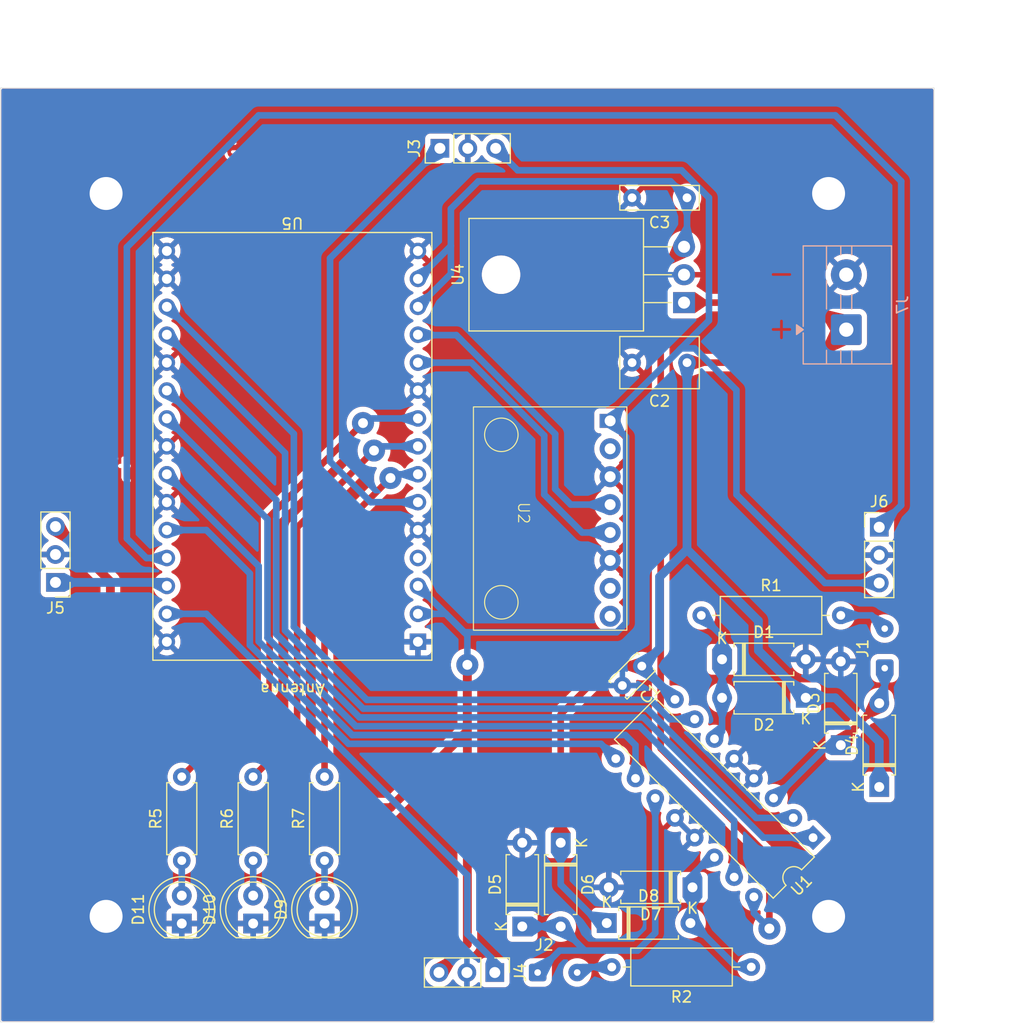
<source format=kicad_pcb>
(kicad_pcb (version 20241229) (generator "pcbnew") (generator_version "9.0")
  (layers (0 "F.Cu" signal) (2 "B.Cu" signal) (13 "F.Paste" user) (15 "B.Paste" user) (5 "F.SilkS" user "F.Silkscreen") (7 "B.SilkS" user "B.Silkscreen") (1 "F.Mask" user) (3 "B.Mask" user) (25 "Edge.Cuts" user))
  (net 0 "")
  (net 1 "/LDR.Forward")
  (net 2 "/LDR.Back")
  (net 3 "/LDR.Left")
  (net 4 "/LDR.Right")
  (net 5 "GND")
  (net 6 "VCC")
  (net 7 "Net-(D1-K)")
  (net 8 "Net-(D3-K)")
  (net 9 "Net-(D5-K)")
  (net 10 "Net-(D7-K)")
  (net 11 "Net-(J1-Pin_2)")
  (net 12 "Net-(J2-Pin_2)")
  (net 13 "+5V")
  (net 14 "/ACS_mag/mag2.CCW")
  (net 15 "/ACS_mag/mag1.CW")
  (net 16 "/ACS_mag/mag2.CW")
  (net 17 "/ACS_mag/mag2.EN")
  (net 18 "/ESP32/SDA")
  (net 21 "/ACS_mag/mag1.EN")
  (net 23 "+3.3V")
  (net 24 "/ACS_mag/mag1.CCW")
  (net 25 "/ESP32/SCL")
  (net 27 "Net-(D9-A)")
  (net 28 "Net-(D10-A)")
  (net 29 "Net-(D11-A)")
  (net 30 "Net-(U5-7)")
  (net 31 "Net-(U5-6)")
  (net 32 "Net-(U5-5)")
  (footprint "LED_THT:LED_D5.0mm" (layer "F.Cu") (at 101 133.54 90)
    (property "Reference" "D11" (at 1.27 -3.96 90) (layer "F.SilkS"))
    (property "Value" "LED")
    (pad "1" thru_hole rect (at 0 0 90) (size 1.8 1.8) (drill 0.9) (layers "*.Cu" "*.Mask") (net 5 "GND"))
    (pad "2" thru_hole circle (at 2.54 0 90) (size 1.8 1.8) (drill 0.9) (layers "*.Cu" "*.Mask") (net 29 "Net-(D11-A)"))
  )
  (footprint "LED_THT:LED_D5.0mm" (layer "F.Cu") (at 107.5 133.54 90)
    (property "Reference" "D10" (at 1.27 -3.96 90) (layer "F.SilkS"))
    (property "Value" "LED")
    (pad "1" thru_hole rect (at 0 0 90) (size 1.8 1.8) (drill 0.9) (layers "*.Cu" "*.Mask") (net 5 "GND"))
    (pad "2" thru_hole circle (at 2.54 0 90) (size 1.8 1.8) (drill 0.9) (layers "*.Cu" "*.Mask") (net 28 "Net-(D10-A)"))
  )
  (footprint "Capacitor_THT:C_Rect_L7.0mm_W4.5mm_P5.00mm" (layer "F.Cu") (at 147 82.5 180)
    (property "Reference" "C2" (at 2.5 -3.5 0) (layer "F.SilkS"))
    (property "Value" "0.47uF")
    (pad "1" thru_hole circle (at 0 0 180) (size 1.6 1.6) (drill 0.8) (layers "*.Cu" "*.Mask") (net 6 "VCC"))
    (pad "2" thru_hole circle (at 5 0 180) (size 1.6 1.6) (drill 0.8) (layers "*.Cu" "*.Mask") (net 5 "GND"))
  )
  (footprint "Connector_Wire:SolderWire-0.1sqmm_1x02_P3.6mm_D0.4mm_OD1mm" (layer "F.Cu") (at 133.4 138)
    (property "Reference" "J2" (at 0.6 -2.5 0) (layer "F.SilkS"))
    (property "Value" "Conn_01x02")
    (pad "1" thru_hole roundrect (at 0 0) (size 1.6 1.6) (drill 0.6) (layers "*.Cu" "*.Mask") (roundrect_rratio 0.15625) (net 9 "Net-(D5-K)"))
    (pad "2" thru_hole circle (at 3.6 0) (size 1.6 1.6) (drill 0.6) (layers "*.Cu" "*.Mask") (net 12 "Net-(J2-Pin_2)"))
  )
  (footprint "Connector_Wire:SolderWire-0.1sqmm_1x02_P3.6mm_D0.4mm_OD1mm" (layer "F.Cu") (at 165 110.305 90)
    (property "Reference" "J1" (at 1.8 -2 90) (layer "F.SilkS"))
    (property "Value" "Conn_01x02")
    (pad "1" thru_hole roundrect (at 0 0 90) (size 1.6 1.6) (drill 0.6) (layers "*.Cu" "*.Mask") (roundrect_rratio 0.15625) (net 8 "Net-(D3-K)"))
    (pad "2" thru_hole circle (at 3.6 0 90) (size 1.6 1.6) (drill 0.6) (layers "*.Cu" "*.Mask") (net 11 "Net-(J1-Pin_2)"))
  )
  (footprint "Connector_PinHeader_2.54mm:PinHeader_1x03_P2.54mm_Vertical" (layer "F.Cu") (at 124.5 63 90)
    (property "Reference" "J3" (at 0 -2.33 90) (layer "F.SilkS"))
    (property "Value" "Conn_01x03")
    (pad "1" thru_hole rect (at 0 0 90) (size 1.7 1.7) (drill 1) (layers "*.Cu" "*.Mask") (net 1 "/LDR.Forward"))
    (pad "2" thru_hole oval (at 0 2.54 90) (size 1.7 1.7) (drill 1) (layers "*.Cu" "*.Mask") (net 5 "GND"))
    (pad "3" thru_hole oval (at 0 5.08 90) (size 1.7 1.7) (drill 1) (layers "*.Cu" "*.Mask") (net 23 "+3.3V"))
  )
  (footprint "RF_Module:ESP32-C3-DevKitM-1" (layer "F.Cu") (at 122.5 107.9 180)
    (property "Reference" "U5" (at 11.43 38.1 180) (layer "F.SilkS"))
    (property "Value" "~")
    (fp_text user "Antenna" (at 11.43 -4.318 180) (layer "F.SilkS"))
    (pad "1" thru_hole rect (at 0 0 180) (size 1.5 1.5) (drill 0.9) (layers "*.Cu" "*.Mask") (net 5 "GND"))
    (pad "2" thru_hole circle (at 0 2.54 180) (size 1.5 1.5) (drill 0.9) (layers "*.Cu" "*.Mask") (net 23 "+3.3V"))
    (pad "3" thru_hole circle (at 0 5.08 180) (size 1.5 1.5) (drill 0.9) (layers "*.Cu" "*.Mask") (net 23 "+3.3V"))
    (pad "4" thru_hole circle (at 0 7.62 180) (size 1.5 1.5) (drill 0.9) (layers "*.Cu" "*.Mask"))
    (pad "5" thru_hole circle (at 0 10.16 180) (size 1.5 1.5) (drill 0.9) (layers "*.Cu" "*.Mask") (net 5 "GND"))
    (pad "6" thru_hole circle (at 0 12.7 180) (size 1.5 1.5) (drill 0.9) (layers "*.Cu" "*.Mask") (net 1 "/LDR.Forward"))
    (pad "7" thru_hole circle (at 0 15.24 180) (size 1.5 1.5) (drill 0.9) (layers "*.Cu" "*.Mask") (net 32 "Net-(U5-5)"))
    (pad "8" thru_hole circle (at 0 17.78 180) (size 1.5 1.5) (drill 0.9) (layers "*.Cu" "*.Mask") (net 31 "Net-(U5-6)"))
    (pad "9" thru_hole circle (at 0 20.32 180) (size 1.5 1.5) (drill 0.9) (layers "*.Cu" "*.Mask") (net 30 "Net-(U5-7)"))
    (pad "10" thru_hole circle (at 0 22.86 180) (size 1.5 1.5) (drill 0.9) (layers "*.Cu" "*.Mask") (net 5 "GND"))
    (pad "11" thru_hole circle (at 0 25.4 180) (size 1.5 1.5) (drill 0.9) (layers "*.Cu" "*.Mask") (net 18 "/ESP32/SDA"))
    (pad "12" thru_hole circle (at 0 27.94 180) (size 1.5 1.5) (drill 0.9) (layers "*.Cu" "*.Mask") (net 25 "/ESP32/SCL"))
    (pad "13" thru_hole circle (at 0 30.48 180) (size 1.5 1.5) (drill 0.9) (layers "*.Cu" "*.Mask") (net 13 "+5V"))
    (pad "14" thru_hole circle (at 0 33.02 180) (size 1.5 1.5) (drill 0.9) (layers "*.Cu" "*.Mask") (net 13 "+5V"))
    (pad "15" thru_hole circle (at 0 35.56 180) (size 1.5 1.5) (drill 0.9) (layers "*.Cu" "*.Mask") (net 5 "GND"))
    (pad "16" thru_hole circle (at 22.86 35.56 180) (size 1.5 1.5) (drill 0.9) (layers "*.Cu" "*.Mask") (net 5 "GND"))
    (pad "17" thru_hole circle (at 22.86 33.02 180) (size 1.5 1.5) (drill 0.9) (layers "*.Cu" "*.Mask") (net 5 "GND"))
    (pad "18" thru_hole circle (at 22.86 30.48 180) (size 1.5 1.5) (drill 0.9) (layers "*.Cu" "*.Mask") (net 15 "/ACS_mag/mag1.CW"))
    (pad "19" thru_hole circle (at 22.86 27.94 180) (size 1.5 1.5) (drill 0.9) (layers "*.Cu" "*.Mask") (net 24 "/ACS_mag/mag1.CCW"))
    (pad "20" thru_hole circle (at 22.86 25.4 180) (size 1.5 1.5) (drill 0.9) (layers "*.Cu" "*.Mask") (net 5 "GND"))
    (pad "21" thru_hole circle (at 22.86 22.86 180) (size 1.5 1.5) (drill 0.9) (layers "*.Cu" "*.Mask") (net 21 "/ACS_mag/mag1.EN"))
    (pad "22" thru_hole circle (at 22.86 20.32 180) (size 1.5 1.5) (drill 0.9) (layers "*.Cu" "*.Mask") (net 16 "/ACS_mag/mag2.CW"))
    (pad "23" thru_hole circle (at 22.86 17.78 180) (size 1.5 1.5) (drill 0.9) (layers "*.Cu" "*.Mask") (net 5 "GND"))
    (pad "24" thru_hole circle (at 22.86 15.24 180) (size 1.5 1.5) (drill 0.9) (layers "*.Cu" "*.Mask") (net 14 "/ACS_mag/mag2.CCW"))
    (pad "25" thru_hole circle (at 22.86 12.7 180) (size 1.5 1.5) (drill 0.9) (layers "*.Cu" "*.Mask") (net 5 "GND"))
    (pad "26" thru_hole circle (at 22.86 10.16 180) (size 1.5 1.5) (drill 0.9) (layers "*.Cu" "*.Mask") (net 17 "/ACS_mag/mag2.EN"))
    (pad "27" thru_hole circle (at 22.86 7.62 180) (size 1.5 1.5) (drill 0.9) (layers "*.Cu" "*.Mask") (net 4 "/LDR.Right"))
    (pad "28" thru_hole circle (at 22.86 5.08 180) (size 1.5 1.5) (drill 0.9) (layers "*.Cu" "*.Mask") (net 3 "/LDR.Left"))
    (pad "29" thru_hole circle (at 22.86 2.54 180) (size 1.5 1.5) (drill 0.9) (layers "*.Cu" "*.Mask") (net 2 "/LDR.Back"))
    (pad "30" thru_hole circle (at 22.86 0 180) (size 1.5 1.5) (drill 0.9) (layers "*.Cu" "*.Mask") (net 5 "GND"))
  )
  (footprint "Diode_THT:D_A-405_P7.62mm_Horizontal" (layer "F.Cu") (at 139.69 133.5)
    (property "Reference" "D8" (at 3.81 -2.47 0) (layer "F.SilkS"))
    (property "Value" "D")
    (fp_text user "K" (at 0 -1.9 0) (layer "F.SilkS"))
    (pad "1" thru_hole rect (at 0 0) (size 1.8 1.8) (drill 0.9) (layers "*.Cu" "*.Mask") (net 6 "VCC"))
    (pad "2" thru_hole oval (at 7.62 0) (size 1.8 1.8) (drill 0.9) (layers "*.Cu" "*.Mask") (net 10 "Net-(D7-K)"))
  )
  (footprint "Connector_PinHeader_2.54mm:PinHeader_1x03_P2.54mm_Vertical" (layer "F.Cu") (at 89.5 102.5 180)
    (property "Reference" "J5" (at 0 -2.33 0) (layer "F.SilkS"))
    (property "Value" "Conn_01x03")
    (pad "1" thru_hole rect (at 0 0 180) (size 1.7 1.7) (drill 1) (layers "*.Cu" "*.Mask") (net 3 "/LDR.Left"))
    (pad "2" thru_hole oval (at 0 2.54 180) (size 1.7 1.7) (drill 1) (layers "*.Cu" "*.Mask") (net 5 "GND"))
    (pad "3" thru_hole oval (at 0 5.08 180) (size 1.7 1.7) (drill 1) (layers "*.Cu" "*.Mask") (net 23 "+3.3V"))
  )
  (footprint "Diode_THT:D_A-405_P7.62mm_Horizontal" (layer "F.Cu") (at 135.5 126.19 -90)
    (property "Reference" "D6" (at 3.81 -2.47 90) (layer "F.SilkS"))
    (property "Value" "D")
    (fp_text user "K" (at 0 -1.9 90) (layer "F.SilkS"))
    (pad "1" thru_hole rect (at 0 0 270) (size 1.8 1.8) (drill 0.9) (layers "*.Cu" "*.Mask") (net 6 "VCC"))
    (pad "2" thru_hole oval (at 7.62 0 270) (size 1.8 1.8) (drill 0.9) (layers "*.Cu" "*.Mask") (net 9 "Net-(D5-K)"))
  )
  (footprint "Diode_THT:D_A-405_P7.62mm_Horizontal" (layer "F.Cu") (at 150.19 109.5)
    (property "Reference" "D1" (at 3.81 -2.47 0) (layer "F.SilkS"))
    (property "Value" "D")
    (fp_text user "K" (at 0 -1.9 0) (layer "F.SilkS"))
    (pad "1" thru_hole rect (at 0 0) (size 1.8 1.8) (drill 0.9) (layers "*.Cu" "*.Mask") (net 7 "Net-(D1-K)"))
    (pad "2" thru_hole oval (at 7.62 0) (size 1.8 1.8) (drill 0.9) (layers "*.Cu" "*.Mask") (net 5 "GND"))
  )
  (footprint "Diode_THT:D_A-405_P7.62mm_Horizontal" (layer "F.Cu") (at 164.5 121.115 90)
    (property "Reference" "D4" (at 3.81 -2.47 90) (layer "F.SilkS"))
    (property "Value" "D")
    (fp_text user "K" (at 0 -1.9 90) (layer "F.SilkS"))
    (pad "1" thru_hole rect (at 0 0 90) (size 1.8 1.8) (drill 0.9) (layers "*.Cu" "*.Mask") (net 6 "VCC"))
    (pad "2" thru_hole oval (at 7.62 0 90) (size 1.8 1.8) (drill 0.9) (layers "*.Cu" "*.Mask") (net 8 "Net-(D3-K)"))
  )
  (footprint "Diode_THT:D_A-405_P7.62mm_Horizontal" (layer "F.Cu") (at 132 133.81 90)
    (property "Reference" "D5" (at 3.81 -2.47 90) (layer "F.SilkS"))
    (property "Value" "D")
    (fp_text user "K" (at 0 -1.9 90) (layer "F.SilkS"))
    (pad "1" thru_hole rect (at 0 0 90) (size 1.8 1.8) (drill 0.9) (layers "*.Cu" "*.Mask") (net 9 "Net-(D5-K)"))
    (pad "2" thru_hole oval (at 7.62 0 90) (size 1.8 1.8) (drill 0.9) (layers "*.Cu" "*.Mask") (net 5 "GND"))
  )
  (footprint "Diode_THT:D_A-405_P7.62mm_Horizontal" (layer "F.Cu") (at 147.5 130.25 180)
    (property "Reference" "D7" (at 3.81 -2.47 0) (layer "F.SilkS"))
    (property "Value" "D")
    (fp_text user "K" (at 0 -1.9 0) (layer "F.SilkS"))
    (pad "1" thru_hole rect (at 0 0 180) (size 1.8 1.8) (drill 0.9) (layers "*.Cu" "*.Mask") (net 10 "Net-(D7-K)"))
    (pad "2" thru_hole oval (at 7.62 0 180) (size 1.8 1.8) (drill 0.9) (layers "*.Cu" "*.Mask") (net 5 "GND"))
  )
  (footprint "Resistor_THT:R_Axial_DIN0207_L6.3mm_D2.5mm_P7.62mm_Horizontal" (layer "F.Cu") (at 114 127.81 90)
    (property "Reference" "R7" (at 3.81 -2.37 90) (layer "F.SilkS"))
    (property "Value" "R")
    (pad "1" thru_hole circle (at 0 0 90) (size 1.6 1.6) (drill 0.8) (layers "*.Cu" "*.Mask") (net 27 "Net-(D9-A)"))
    (pad "2" thru_hole oval (at 7.62 0 90) (size 1.6 1.6) (drill 0.8) (layers "*.Cu" "*.Mask") (net 32 "Net-(U5-5)"))
  )
  (footprint "Capacitor_THT:C_Disc_D3.4mm_W2.1mm_P2.50mm" (layer "F.Cu") (at 142.883884 110.116117 -135)
    (property "Reference" "C1" (at 1.25 -2.3 45) (layer "F.SilkS"))
    (property "Value" "1nF")
    (pad "1" thru_hole circle (at 0 0 225) (size 1.6 1.6) (drill 0.8) (layers "*.Cu" "*.Mask") (net 6 "VCC"))
    (pad "2" thru_hole circle (at 2.5 0 225) (size 1.6 1.6) (drill 0.8) (layers "*.Cu" "*.Mask") (net 5 "GND"))
  )
  (footprint "Resistor_THT:R_Axial_DIN0207_L6.3mm_D2.5mm_P7.62mm_Horizontal" (layer "F.Cu") (at 107.5 127.81 90)
    (property "Reference" "R6" (at 3.81 -2.37 90) (layer "F.SilkS"))
    (property "Value" "R")
    (pad "1" thru_hole circle (at 0 0 90) (size 1.6 1.6) (drill 0.8) (layers "*.Cu" "*.Mask") (net 28 "Net-(D10-A)"))
    (pad "2" thru_hole oval (at 7.62 0 90) (size 1.6 1.6) (drill 0.8) (layers "*.Cu" "*.Mask") (net 31 "Net-(U5-6)"))
  )
  (footprint "LED_THT:LED_D5.0mm" (layer "F.Cu") (at 114 133.54 90)
    (property "Reference" "D9" (at 1.27 -3.96 90) (layer "F.SilkS"))
    (property "Value" "LED")
    (pad "1" thru_hole rect (at 0 0 90) (size 1.8 1.8) (drill 0.9) (layers "*.Cu" "*.Mask") (net 5 "GND"))
    (pad "2" thru_hole circle (at 2.54 0 90) (size 1.8 1.8) (drill 0.9) (layers "*.Cu" "*.Mask") (net 27 "Net-(D9-A)"))
  )
  (footprint "Resistor_THT:R_Axial_DIN0309_L9.0mm_D3.2mm_P12.70mm_Horizontal" (layer "F.Cu") (at 148.3 105.5)
    (property "Reference" "R1" (at 6.35 -2.72 0) (layer "F.SilkS"))
    (property "Value" "2.4 Ω")
    (pad "1" thru_hole circle (at 0 0) (size 1.6 1.6) (drill 0.8) (layers "*.Cu" "*.Mask") (net 7 "Net-(D1-K)"))
    (pad "2" thru_hole oval (at 12.7 0) (size 1.6 1.6) (drill 0.8) (layers "*.Cu" "*.Mask") (net 11 "Net-(J1-Pin_2)"))
  )
  (footprint "Capacitor_THT:C_Rect_L7.0mm_W2.0mm_P5.00mm" (layer "F.Cu") (at 147 67.5 180)
    (property "Reference" "C3" (at 2.5 -2.25 0) (layer "F.SilkS"))
    (property "Value" "0.1uF")
    (pad "1" thru_hole circle (at 0 0 180) (size 1.6 1.6) (drill 0.8) (layers "*.Cu" "*.Mask") (net 13 "+5V"))
    (pad "2" thru_hole circle (at 5 0 180) (size 1.6 1.6) (drill 0.8) (layers "*.Cu" "*.Mask") (net 5 "GND"))
  )
  (footprint "Connector_PinHeader_2.54mm:PinHeader_1x03_P2.54mm_Vertical" (layer "F.Cu") (at 164.5 97.475)
    (property "Reference" "J6" (at 0 -2.33 0) (layer "F.SilkS"))
    (property "Value" "Conn_01x03")
    (pad "1" thru_hole rect (at 0 0) (size 1.7 1.7) (drill 1) (layers "*.Cu" "*.Mask") (net 4 "/LDR.Right"))
    (pad "2" thru_hole oval (at 0 2.54) (size 1.7 1.7) (drill 1) (layers "*.Cu" "*.Mask") (net 5 "GND"))
    (pad "3" thru_hole oval (at 0 5.08) (size 1.7 1.7) (drill 1) (layers "*.Cu" "*.Mask") (net 23 "+3.3V"))
  )
  (footprint "Resistor_THT:R_Axial_DIN0207_L6.3mm_D2.5mm_P7.62mm_Horizontal" (layer "F.Cu") (at 101 127.81 90)
    (property "Reference" "R5" (at 3.81 -2.37 90) (layer "F.SilkS"))
    (property "Value" "R")
    (pad "1" thru_hole circle (at 0 0 90) (size 1.6 1.6) (drill 0.8) (layers "*.Cu" "*.Mask") (net 29 "Net-(D11-A)"))
    (pad "2" thru_hole oval (at 7.62 0 90) (size 1.6 1.6) (drill 0.8) (layers "*.Cu" "*.Mask") (net 30 "Net-(U5-7)"))
  )
  (footprint "Diode_THT:D_A-405_P7.62mm_Horizontal" (layer "F.Cu") (at 161 117.31 90)
    (property "Reference" "D3" (at 3.81 -2.47 90) (layer "F.SilkS"))
    (property "Value" "D")
    (fp_text user "K" (at 0 -1.9 90) (layer "F.SilkS"))
    (pad "1" thru_hole rect (at 0 0 90) (size 1.8 1.8) (drill 0.9) (layers "*.Cu" "*.Mask") (net 8 "Net-(D3-K)"))
    (pad "2" thru_hole oval (at 7.62 0 90) (size 1.8 1.8) (drill 0.9) (layers "*.Cu" "*.Mask") (net 5 "GND"))
  )
  (footprint "Connector_PinHeader_2.54mm:PinHeader_1x03_P2.54mm_Vertical" (layer "F.Cu") (at 129.5 138 -90)
    (property "Reference" "J4" (at 0 -2.33 90) (layer "F.SilkS"))
    (property "Value" "Conn_01x03")
    (pad "1" thru_hole rect (at 0 0 270) (size 1.7 1.7) (drill 1) (layers "*.Cu" "*.Mask") (net 2 "/LDR.Back"))
    (pad "2" thru_hole oval (at 0 2.54 270) (size 1.7 1.7) (drill 1) (layers "*.Cu" "*.Mask") (net 5 "GND"))
    (pad "3" thru_hole oval (at 0 5.08 270) (size 1.7 1.7) (drill 1) (layers "*.Cu" "*.Mask") (net 23 "+3.3V"))
  )
  (footprint "Diode_THT:D_A-405_P7.62mm_Horizontal" (layer "F.Cu") (at 157.81 113 180)
    (property "Reference" "D2" (at 3.81 -2.47 0) (layer "F.SilkS"))
    (property "Value" "D")
    (fp_text user "K" (at 0 -1.9 0) (layer "F.SilkS"))
    (pad "1" thru_hole rect (at 0 0 180) (size 1.8 1.8) (drill 0.9) (layers "*.Cu" "*.Mask") (net 6 "VCC"))
    (pad "2" thru_hole oval (at 7.62 0 180) (size 1.8 1.8) (drill 0.9) (layers "*.Cu" "*.Mask") (net 7 "Net-(D1-K)"))
  )
  (footprint "Package_TO_SOT_THT:TO-220-3_Horizontal_TabDown" (layer "F.Cu") (at 146.73 77.04 90)
    (property "Reference" "U4" (at 2.54 -20.58 90) (layer "F.SilkS"))
    (property "Value" "L7805")
    (pad "" np_thru_hole circle (at 2.54 -16.66 90) (size 3.5 3.5) (drill 3.5) (layers "*.Cu" "*.Mask"))
    (pad "1" thru_hole rect (at 0 0 90) (size 1.905 2) (drill 1.1) (layers "*.Cu" "*.Mask") (net 6 "VCC"))
    (pad "2" thru_hole oval (at 2.54 0 90) (size 1.905 2) (drill 1.1) (layers "*.Cu" "*.Mask") (net 5 "GND"))
    (pad "3" thru_hole oval (at 5.08 0 90) (size 1.905 2) (drill 1.1) (layers "*.Cu" "*.Mask") (net 13 "+5V"))
  )
  (footprint "Package_DIP:DIP-16_W7.62mm" (layer "F.Cu") (at 158.476307 125.726307 -135)
    (property "Reference" "U1" (at 3.81 -2.33 45) (layer "F.SilkS"))
    (property "Value" "L293")
    (pad "1" thru_hole rect (at 0 0 225) (size 1.6 1.6) (drill 0.8) (layers "*.Cu" "*.Mask") (net 21 "/ACS_mag/mag1.EN"))
    (pad "2" thru_hole oval (at 0 2.54 225) (size 1.6 1.6) (drill 0.8) (layers "*.Cu" "*.Mask") (net 24 "/ACS_mag/mag1.CCW"))
    (pad "3" thru_hole oval (at 0 5.079999 225) (size 1.6 1.6) (drill 0.8) (layers "*.Cu" "*.Mask") (net 8 "Net-(D3-K)"))
    (pad "4" thru_hole oval (at 0 7.62 225) (size 1.6 1.6) (drill 0.8) (layers "*.Cu" "*.Mask") (net 5 "GND"))
    (pad "5" thru_hole oval (at 0 10.16 225) (size 1.6 1.6) (drill 0.8) (layers "*.Cu" "*.Mask") (net 5 "GND"))
    (pad "6" thru_hole oval (at 0 12.7 225) (size 1.6 1.6) (drill 0.8) (layers "*.Cu" "*.Mask") (net 7 "Net-(D1-K)"))
    (pad "7" thru_hole oval (at 0 15.24 225) (size 1.6 1.6) (drill 0.8) (layers "*.Cu" "*.Mask") (net 15 "/ACS_mag/mag1.CW"))
    (pad "8" thru_hole oval (at 0 17.780001 225) (size 1.6 1.6) (drill 0.8) (layers "*.Cu" "*.Mask") (net 6 "VCC"))
    (pad "9" thru_hole oval (at 7.62 17.78 225) (size 1.6 1.6) (drill 0.8) (layers "*.Cu" "*.Mask") (net 17 "/ACS_mag/mag2.EN"))
    (pad "10" thru_hole oval (at 7.62 15.24 225) (size 1.6 1.6) (drill 0.8) (layers "*.Cu" "*.Mask") (net 14 "/ACS_mag/mag2.CCW"))
    (pad "11" thru_hole oval (at 7.62 12.7 225) (size 1.6 1.6) (drill 0.8) (layers "*.Cu" "*.Mask") (net 9 "Net-(D5-K)"))
    (pad "12" thru_hole oval (at 7.62 10.16 225) (size 1.6 1.6) (drill 0.8) (layers "*.Cu" "*.Mask") (net 5 "GND"))
    (pad "13" thru_hole oval (at 7.62 7.62 225) (size 1.6 1.6) (drill 0.8) (layers "*.Cu" "*.Mask") (net 5 "GND"))
    (pad "14" thru_hole oval (at 7.62 5.08 225) (size 1.6 1.6) (drill 0.8) (layers "*.Cu" "*.Mask") (net 10 "Net-(D7-K)"))
    (pad "15" thru_hole oval (at 7.62 2.54 225) (size 1.6 1.6) (drill 0.8) (layers "*.Cu" "*.Mask") (net 16 "/ACS_mag/mag2.CW"))
    (pad "16" thru_hole oval (at 7.62 0 225) (size 1.6 1.6) (drill 0.8) (layers "*.Cu" "*.Mask") (net 13 "+5V"))
  )
  (footprint "Resistor_THT:R_Axial_DIN0309_L9.0mm_D3.2mm_P12.70mm_Horizontal" (layer "F.Cu") (at 152.85 137.5 180)
    (property "Reference" "R2" (at 6.35 -2.72 0) (layer "F.SilkS"))
    (property "Value" "2.4 Ω")
    (pad "1" thru_hole circle (at 0 0 180) (size 1.6 1.6) (drill 0.8) (layers "*.Cu" "*.Mask") (net 10 "Net-(D7-K)"))
    (pad "2" thru_hole oval (at 12.7 0 180) (size 1.6 1.6) (drill 0.8) (layers "*.Cu" "*.Mask") (net 12 "Net-(J2-Pin_2)"))
  )
  (footprint "custom:GY-91" (layer "F.Cu") (at 134.666 96.182)
    (property "Reference" "U2" (at -2.54 0 270) (layer "F.SilkS") (effects (font (thickness 0.1))))
    (property "Value" "~")
    (pad "1" thru_hole rect (at 5.334 -8.382) (size 1.905 1.27) (drill 1) (layers "*.Cu" "*.Mask") (net 23 "+3.3V"))
    (pad "2" thru_hole circle (at 5.334 -5.842) (size 1.905 1.905) (drill 1) (layers "*.Cu" "*.Mask"))
    (pad "3" thru_hole circle (at 5.334 -3.302) (size 1.905 1.905) (drill 1) (layers "*.Cu" "*.Mask") (net 5 "GND"))
    (pad "4" thru_hole circle (at 5.334 -0.762) (size 1.905 1.905) (drill 1) (layers "*.Cu" "*.Mask") (net 25 "/ESP32/SCL"))
    (pad "5" thru_hole circle (at 5.334 1.778) (size 1.905 1.905) (drill 1) (layers "*.Cu" "*.Mask") (net 18 "/ESP32/SDA"))
    (pad "6" thru_hole circle (at 5.334 4.318) (size 1.905 1.905) (drill 1) (layers "*.Cu" "*.Mask") (net 5 "GND"))
    (pad "7" thru_hole circle (at 5.334 6.858) (size 1.905 1.905) (drill 1) (layers "*.Cu" "*.Mask"))
    (pad "8" thru_hole circle (at 5.334 9.398) (size 1.905 1.905) (drill 1) (layers "*.Cu" "*.Mask"))
  )
  (footprint "TerminalBlock:TerminalBlock_MaiXu_MX126-5.0-02P_1x02_P5.00mm" (layer "B.Cu") (at 161.5 79.5 90)
    (property "Reference" "J7" (at 2.25 5.12 90) (layer "B.SilkS") (effects (justify mirror)))
    (property "Value" "Conn_01x02_Pin")
    (pad "1" thru_hole roundrect (at 0 0 90) (size 2.8 2.8) (drill 1.3) (layers "*.Cu" "*.Mask") (roundrect_rratio 0.089286) (net 6 "VCC"))
    (pad "2" thru_hole circle (at 5 0 90) (size 2.8 2.8) (drill 1.3) (layers "*.Cu" "*.Mask") (net 5 "GND"))
  )
  (gr_rect (start 84.5 57.5) (end 169.5 142.5) (stroke (width 0.05)) (fill no) (layer "Edge.Cuts"))
  (gr_text "Right→" (at 155.5 93 0) (layer "F.Cu" knockout) (effects (font (size 2 2) (thickness 0.4) (bold yes)) (justify left bottom)))
  (gr_text "Front↑" (at 133 64 0) (layer "F.Cu" knockout) (effects (font (size 2 2) (thickness 0.4) (bold yes)) (justify left bottom)))
  (gr_text "←Left" (at 88 93.5 0) (layer "F.Cu" knockout) (effects (font (size 2 2) (thickness 0.4) (bold yes)) (justify left bottom)))
  (gr_text "Back↓" (at 111.5 138.5 0) (layer "F.Cu" knockout) (effects (font (size 2 2) (thickness 0.4) (bold yes)) (justify left bottom)))
  (gr_text "Gruppe 214 \nESD2 \nV.1" (at 104.5 69 0) (layer "F.Cu" knockout) (effects (font (size 1.5 1.5) (thickness 0.3) (bold yes)) (justify left bottom)))
  (gr_text "+" (at 157 80.5 0) (layer "B.Cu" knockout) (effects (font (size 2 2) (thickness 0.25)) (justify left bottom mirror)))
  (gr_text "-" (at 157 75.5 0) (layer "B.Cu" knockout) (effects (font (size 2 2) (thickness 0.25)) (justify left bottom mirror)))
  (segment (start 122.5 95.2) (end 118.2 95.2) (width 0.6) (layer "B.Cu") (net 1))
  (segment (start 114.5 73) (end 124.5 63) (width 0.6) (layer "B.Cu") (net 1))
  (segment (start 114.5 91.5) (end 114.5 73) (width 0.6) (layer "B.Cu") (net 1))
  (segment (start 118.2 95.2) (end 114.5 91.5) (width 0.6) (layer "B.Cu") (net 1))
  (segment (start 127 134.5) (end 129.5 137) (width 0.6) (layer "B.Cu") (net 2))
  (segment (start 129.5 137) (end 129.5 138) (width 0.6) (layer "B.Cu") (net 2))
  (segment (start 103.227214 105.36) (end 115.933607 118.066393) (width 0.6) (layer "B.Cu") (net 2))
  (segment (start 127 129.132786) (end 127 134.5) (width 0.6) (layer "B.Cu") (net 2))
  (segment (start 99.64 105.36) (end 99.64 105.64) (width 0.6) (layer "B.Cu") (net 2))
  (segment (start 115.933607 118.066393) (end 127 129.132786) (width 0.6) (layer "B.Cu") (net 2))
  (segment (start 99.64 105.36) (end 103.227214 105.36) (width 0.6) (layer "B.Cu") (net 2))
  (segment (start 89.5 102.5) (end 99.32 102.5) (width 0.8) (layer "B.Cu") (net 3))
  (segment (start 99.32 102.5) (end 99.64 102.82) (width 0.8) (layer "B.Cu") (net 3))
  (segment (start 96 98.5) (end 96 72) (width 0.6) (layer "B.Cu") (net 4))
  (segment (start 166.5 66) (end 166.5 95.475) (width 0.6) (layer "B.Cu") (net 4))
  (segment (start 160.5 60) (end 166.5 66) (width 0.6) (layer "B.Cu") (net 4))
  (segment (start 108 60) (end 160.5 60) (width 0.6) (layer "B.Cu") (net 4))
  (segment (start 166.5 95.475) (end 164.5 97.475) (width 0.6) (layer "B.Cu") (net 4))
  (segment (start 99.64 100.28) (end 97.78 100.28) (width 0.6) (layer "B.Cu") (net 4))
  (segment (start 97.78 100.28) (end 96 98.5) (width 0.6) (layer "B.Cu") (net 4))
  (segment (start 96 72) (end 108 60) (width 0.6) (layer "B.Cu") (net 4))
  (via (at 94.11 67.11) (size 7) (drill 3) (layers "F.Cu" "B.Cu") (net 5))
  (via (at 159.89 132.89) (size 7) (drill 3) (layers "F.Cu" "B.Cu") (net 5))
  (via (at 94.11 132.89) (size 7) (drill 3) (layers "F.Cu" "B.Cu") (net 5))
  (via (at 159.89 67.11) (size 7) (drill 3) (layers "F.Cu" "B.Cu") (net 5))
  (segment (start 158.54 77.04) (end 146.73 77.04) (width 0.6) (layer "F.Cu") (net 6))
  (segment (start 139.883883 110.116117) (end 135.5 114.5) (width 0.6) (layer "F.Cu") (net 6))
  (segment (start 142.883884 110.116117) (end 139.883883 110.116117) (width 0.6) (layer "F.Cu") (net 6))
  (segment (start 147 82.5) (end 158.5 82.5) (width 0.6) (layer "F.Cu") (net 6))
  (segment (start 161 79.5) (end 158.54 77.04) (width 0.6) (layer "F.Cu") (net 6))
  (segment (start 135.5 114.5) (end 135.5 126.19) (width 0.6) (layer "F.Cu") (net 6))
  (segment (start 161.5 79.5) (end 161 79.5) (width 0.6) (layer "F.Cu") (net 6))
  (segment (start 158.5 82.5) (end 161.5 79.5) (width 0.6) (layer "F.Cu") (net 6))
  (segment (start 160.5 113) (end 164.5 117) (width 0.8) (layer "B.Cu") (net 6))
  (segment (start 164.5 117) (end 164.5 121.115) (width 0.8) (layer "B.Cu") (net 6))
  (segment (start 142.883884 110.116117) (end 144.5 108.5) (width 0.8) (layer "B.Cu") (net 6))
  (segment (start 144.5 108.5) (end 144.5 102) (width 0.8) (layer "B.Cu") (net 6))
  (segment (start 147 77.31) (end 146.73 77.04) (width 0.6) (layer "B.Cu") (net 6))
  (segment (start 144.5 102) (end 147 99.5) (width 0.8) (layer "B.Cu") (net 6))
  (segment (start 153.5 108.69) (end 157.81 113) (width 0.8) (layer "B.Cu") (net 6))
  (segment (start 142.883884 110.116117) (end 142.883884 110.133884) (width 0.6) (layer "B.Cu") (net 6))
  (segment (start 135.5 130) (end 135.5 126.19) (width 0.6) (layer "B.Cu") (net 6))
  (segment (start 139 133.5) (end 135.5 130) (width 0.6) (layer "B.Cu") (net 6))
  (segment (start 142.883884 110.133884) (end 145.903948 113.153948) (width 0.8) (layer "B.Cu") (net 6))
  (segment (start 147 82.5) (end 147 99.5) (width 0.8) (layer "B.Cu") (net 6))
  (segment (start 153.5 106) (end 153.5 108.69) (width 0.8) (layer "B.Cu") (net 6))
  (segment (start 157.81 113) (end 160.5 113) (width 0.8) (layer "B.Cu") (net 6))
  (segment (start 147 99.5) (end 153.5 106) (width 0.8) (layer "B.Cu") (net 6))
  (segment (start 150.19 116.052102) (end 149.496051 116.746051) (width 0.6) (layer "B.Cu") (net 7))
  (segment (start 150.19 107.39) (end 148.3 105.5) (width 0.6) (layer "B.Cu") (net 7))
  (segment (start 150.19 109.5) (end 150.19 107.39) (width 0.6) (layer "B.Cu") (net 7))
  (segment (start 150.19 109.5) (end 150.19 113) (width 0.6) (layer "B.Cu") (net 7))
  (segment (start 150.19 113) (end 150.19 116.052102) (width 0.6) (layer "B.Cu") (net 7))
  (segment (start 161 117.31) (end 161 116.995) (width 0.6) (layer "F.Cu") (net 8))
  (segment (start 161 117.31) (end 161 117.907898) (width 0.6) (layer "F.Cu") (net 8))
  (segment (start 165 112.995) (end 164.5 113.495) (width 0.6) (layer "F.Cu") (net 8))
  (segment (start 161 116.995) (end 164.5 113.495) (width 0.6) (layer "F.Cu") (net 8))
  (segment (start 165 112.995) (end 164.5 113.495) (width 0.6) (layer "B.Cu") (net 8))
  (segment (start 159.824205 117.309999) (end 161.115795 117.309999) (width 0.6) (layer "B.Cu") (net 8))
  (segment (start 155 122.134204) (end 159.824205 117.309999) (width 0.6) (layer "B.Cu") (net 8))
  (segment (start 165 110.305) (end 165 112.995) (width 0.6) (layer "B.Cu") (net 8))
  (segment (start 135.5 133.81) (end 135.5 134) (width 0.6) (layer "F.Cu") (net 9))
  (segment (start 135.5 133.81) (end 137.69 136) (width 0.6) (layer "B.Cu") (net 9))
  (segment (start 142.5 136) (end 144.107897 134.392103) (width 0.6) (layer "B.Cu") (net 9))
  (segment (start 137.69 136) (end 142.5 136) (width 0.6) (layer "B.Cu") (net 9))
  (segment (start 135.4 136) (end 137.69 136) (width 0.6) (layer "B.Cu") (net 9))
  (segment (start 133.4 138) (end 135.4 136) (width 0.6) (layer "B.Cu") (net 9))
  (segment (start 132 133.81) (end 135.5 133.81) (width 0.6) (layer "B.Cu") (net 9))
  (segment (start 144.107897 134.392103) (end 144.107897 122.134205) (width 0.6) (layer "B.Cu") (net 9))
  (segment (start 147.5 129.125) (end 147.5 130.25) (width 0.6) (layer "B.Cu") (net 10))
  (segment (start 149.496051 127.522358) (end 149.102642 127.522358) (width 0.6) (layer "B.Cu") (net 10))
  (segment (start 149.102642 127.522358) (end 147.5 129.125) (width 0.6) (layer "B.Cu") (net 10))
  (segment (start 147.5 133.5) (end 151.5 137.5) (width 0.6) (layer "B.Cu") (net 10))
  (segment (start 151.5 137.5) (end 152.85 137.5) (width 0.6) (layer "B.Cu") (net 10))
  (segment (start 147.5 130.25) (end 147.5 133.5) (width 0.6) (layer "B.Cu") (net 10))
  (segment (start 163.795 105.5) (end 165 106.705) (width 0.6) (layer "B.Cu") (net 11))
  (segment (start 161 105.5) (end 163.795 105.5) (width 0.6) (layer "B.Cu") (net 11))
  (segment (start 140.15 137.5) (end 137.5 137.5) (width 0.6) (layer "B.Cu") (net 12))
  (segment (start 137.5 137.5) (end 137 138) (width 0.6) (layer "B.Cu") (net 12))
  (segment (start 144.602948 117.602948) (end 144.602948 74.087052) (width 0.6) (layer "F.Cu") (net 13))
  (segment (start 154.5 127.5) (end 153 126) (width 0.6) (layer "F.Cu") (net 13))
  (segment (start 154.5 134) (end 154.5 127.5) (width 0.6) (layer "F.Cu") (net 13))
  (segment (start 153 126) (end 144.602948 117.602948) (width 0.6) (layer "F.Cu") (net 13))
  (segment (start 144.602948 74.087052) (end 146.73 71.96) (width 0.6) (layer "F.Cu") (net 13))
  (via (at 154.5 134) (size 2) (drill 0.9) (layers "F.Cu" "B.Cu") (net 13))
  (segment (start 147 67.5) (end 145.5 66) (width 0.6) (layer "B.Cu") (net 13))
  (segment (start 153.088153 132.588153) (end 154.5 134) (width 0.6) (layer "B.Cu") (net 13))
  (segment (start 125.5 71.88) (end 122.5 74.88) (width 0.6) (layer "B.Cu") (net 13))
  (segment (start 125.5 74.42) (end 125.5 71.88) (width 0.6) (layer "B.Cu") (net 13))
  (segment (start 153.088153 131.114461) (end 153.088153 132.588153) (width 0.6) (layer "B.Cu") (net 13))
  (segment (start 122.5 77.42) (end 125.5 74.42) (width 0.6) (layer "B.Cu") (net 13))
  (segment (start 147 67.5) (end 147 71.69) (width 0.6) (layer "B.Cu") (net 13))
  (segment (start 147 71.69) (end 146.73 71.96) (width 0.6) (layer "B.Cu") (net 13))
  (segment (start 153 131.202614) (end 153.088153 131.114461) (width 0.6) (layer "B.Cu") (net 13))
  (segment (start 128 66) (end 125.5 68.5) (width 0.6) (layer "B.Cu") (net 13))
  (segment (start 125.5 68.5) (end 125.5 71.88) (width 0.6) (layer "B.Cu") (net 13))
  (segment (start 145.5 66) (end 128 66) (width 0.6) (layer "B.Cu") (net 13))
  (segment (start 142.311846 120.338153) (end 142.311846 117.311846) (width 0.6) (layer "B.Cu") (net 14))
  (segment (start 142.311846 117.311846) (end 141.388884 116.388884) (width 0.6) (layer "B.Cu") (net 14))
  (segment (start 116.52167 116.388884) (end 108.001 107.868214) (width 0.6) (layer "B.Cu") (net 14))
  (segment (start 141.388884 116.388884) (end 116.52167 116.388884) (width 0.6) (layer "B.Cu") (net 14))
  (segment (start 108.001 101.021) (end 99.64 92.66) (width 0.6) (layer "B.Cu") (net 14))
  (segment (start 108.001 107.868214) (end 108.001 101.021) (width 0.6) (layer "B.Cu") (net 14))
  (segment (start 111.205 88.985) (end 99.64 77.42) (width 0.6) (layer "B.Cu") (net 15))
  (segment (start 143.684884 113.184884) (end 117.848814 113.184884) (width 0.6) (layer "B.Cu") (net 15))
  (segment (start 117.848814 113.184884) (end 111.205 106.54107) (width 0.6) (layer "B.Cu") (net 15))
  (segment (start 145.45 114.95) (end 143.684884 113.184884) (width 0.6) (layer "B.Cu") (net 15))
  (segment (start 147.7 114.95) (end 145.45 114.95) (width 0.6) (layer "B.Cu") (net 15))
  (segment (start 111.205 106.54107) (end 111.205 88.985) (width 0.6) (layer "B.Cu") (net 15))
  (segment (start 142.689526 115.587884) (end 116.853456 115.587884) (width 0.6) (layer "B.Cu") (net 16))
  (segment (start 116.853456 115.587884) (end 108.802 107.536428) (width 0.6) (layer "B.Cu") (net 16))
  (segment (start 108.802 96.742) (end 99.64 87.58) (width 0.6) (layer "B.Cu") (net 16))
  (segment (start 151.292102 124.19046) (end 142.689526 115.587884) (width 0.6) (layer "B.Cu") (net 16))
  (segment (start 151.292102 129.318409) (end 151.292102 124.19046) (width 0.6) (layer "B.Cu") (net 16))
  (segment (start 108.802 107.536428) (end 108.802 96.742) (width 0.6) (layer "B.Cu") (net 16))
  (segment (start 140.515795 118.542102) (end 139.163577 117.189884) (width 0.6) (layer "B.Cu") (net 17))
  (segment (start 103.24 97.74) (end 99.64 97.74) (width 0.6) (layer "B.Cu") (net 17))
  (segment (start 107.2 108.2) (end 107.2 101.7) (width 0.6) (layer "B.Cu") (net 17))
  (segment (start 139.163577 117.189884) (end 116.189884 117.189884) (width 0.6) (layer "B.Cu") (net 17))
  (segment (start 116.189884 117.189884) (end 107.2 108.2) (width 0.6) (layer "B.Cu") (net 17))
  (segment (start 107.2 101.7) (end 103.24 97.74) (width 0.6) (layer "B.Cu") (net 17))
  (segment (start 134 89.132785) (end 127.367215 82.5) (width 0.6) (layer "B.Cu") (net 18))
  (segment (start 127.367215 82.5) (end 122.5 82.5) (width 0.6) (layer "B.Cu") (net 18))
  (segment (start 137.46 97.96) (end 134 94.5) (width 0.6) (layer "B.Cu") (net 18))
  (segment (start 140 97.96) (end 137.46 97.96) (width 0.6) (layer "B.Cu") (net 18))
  (segment (start 134 94.5) (end 134 89.132785) (width 0.6) (layer "B.Cu") (net 18))
  (segment (start 153.960735 125.726307) (end 143.021312 114.786884) (width 0.6) (layer "B.Cu") (net 21))
  (segment (start 109.603 107.204642) (end 109.603 95.003) (width 0.6) (layer "B.Cu") (net 21))
  (segment (start 109.603 95.003) (end 99.64 85.04) (width 0.6) (layer "B.Cu") (net 21))
  (segment (start 117.185242 114.786884) (end 109.603 107.204642) (width 0.6) (layer "B.Cu") (net 21))
  (segment (start 158.476307 125.726307) (end 153.960735 125.726307) (width 0.6) (layer "B.Cu") (net 21))
  (segment (start 143.021312 114.786884) (end 117.185242 114.786884) (width 0.6) (layer "B.Cu") (net 21))
  (segment (start 94.5 119) (end 98.5 123) (width 0.8) (layer "F.Cu") (net 23))
  (segment (start 94.5 102.42) (end 94.5 119) (width 0.8) (layer "F.Cu") (net 23))
  (segment (start 89.5 97.42) (end 94.5 102.42) (width 0.8) (layer "F.Cu") (net 23))
  (segment (start 120 123) (end 127 116) (width 0.8) (layer "F.Cu") (net 23))
  (segment (start 127 135.42) (end 124.42 138) (width 0.8) (layer "F.Cu") (net 23))
  (segment (start 127 116) (end 127 110) (width 0.8) (layer "F.Cu") (net 23))
  (segment (start 98.5 123) (end 120 123) (width 0.8) (layer "F.Cu") (net 23))
  (segment (start 127 110) (end 127 135.42) (width 0.8) (layer "F.Cu") (net 23))
  (via (at 127 110) (size 2) (drill 0.9) (layers "F.Cu" "B.Cu") (net 23))
  (segment (start 159.555 102.555) (end 164.5 102.555) (width 0.6) (layer "B.Cu") (net 23))
  (segment (start 141.4535 106.18206) (end 141.4535 89.2535) (width 0.6) (layer "B.Cu") (net 23))
  (segment (start 122.5 105.36) (end 125.04 105.36) (width 0.6) (layer "B.Cu") (net 23))
  (segment (start 149 67.5) (end 149 78.660108) (width 0.6) (layer "B.Cu") (net 23))
  (segment (start 146.330054 81.330054) (end 146.461108 81.199) (width 0.6) (layer "B.Cu") (net 23))
  (segment (start 127 110) (end 127 107.32) (width 0.6) (layer "B.Cu") (net 23))
  (segment (start 151.5 85) (end 151.5 94.5) (width 0.6) (layer "B.Cu") (net 23))
  (segment (start 141.4535 89.2535) (end 140 87.8) (width 0.6) (layer "B.Cu") (net 23))
  (segment (start 146.461108 81.199) (end 147.699 81.199) (width 0.6) (layer "B.Cu") (net 23))
  (segment (start 149 78.660108) (end 146.330054 81.330054) (width 0.6) (layer "B.Cu") (net 23))
  (segment (start 125.04 105.36) (end 126.7135 107.0335) (width 0.6) (layer "B.Cu") (net 23))
  (segment (start 126.7135 107.0335) (end 140.60206 107.0335) (width 0.6) (layer "B.Cu") (net 23))
  (segment (start 131.58 65) (end 146.5 65) (width 0.6) (layer "B.Cu") (net 23))
  (segment (start 140 87.8) (end 140 87.660108) (width 0.6) (layer "B.Cu") (net 23))
  (segment (start 129.58 63) (end 131.58 65) (width 0.6) (layer "B.Cu") (net 23))
  (segment (start 147.699 81.199) (end 151.5 85) (width 0.6) (layer "B.Cu") (net 23))
  (segment (start 146.5 65) (end 149 67.5) (width 0.6) (layer "B.Cu") (net 23))
  (segment (start 127 107.32) (end 126.7135 107.0335) (width 0.6) (layer "B.Cu") (net 23))
  (segment (start 151.5 94.5) (end 159.555 102.555) (width 0.6) (layer "B.Cu") (net 23))
  (segment (start 140.60206 107.0335) (end 141.4535 106.18206) (width 0.6) (layer "B.Cu") (net 23))
  (segment (start 122.5 102.82) (end 126.7135 107.0335) (width 0.6) (layer "B.Cu") (net 23))
  (segment (start 140 87.660108) (end 146.330054 81.330054) (width 0.6) (layer "B.Cu") (net 23))
  (segment (start 153.29747 123.930256) (end 143.353098 113.985884) (width 0.6) (layer "B.Cu") (net 24))
  (segment (start 156.680256 123.930256) (end 153.29747 123.930256) (width 0.6) (layer "B.Cu") (net 24))
  (segment (start 110.404 90.724) (end 99.64 79.96) (width 0.6) (layer "B.Cu") (net 24))
  (segment (start 117.517028 113.985884) (end 110.404 106.872856) (width 0.6) (layer "B.Cu") (net 24))
  (segment (start 110.404 106.872856) (end 110.404 90.724) (width 0.6) (layer "B.Cu") (net 24))
  (segment (start 143.353098 113.985884) (end 117.517028 113.985884) (width 0.6) (layer "B.Cu") (net 24))
  (segment (start 135 94) (end 136.42 95.42) (width 0.6) (layer "B.Cu") (net 25))
  (segment (start 122.54 80) (end 126.000001 80) (width 0.6) (layer "B.Cu") (net 25))
  (segment (start 126.000001 80) (end 135 88.999999) (width 0.6) (layer "B.Cu") (net 25))
  (segment (start 122.5 79.96) (end 122.54 80) (width 0.6) (layer "B.Cu") (net 25))
  (segment (start 136.42 95.42) (end 140 95.42) (width 0.6) (layer "B.Cu") (net 25))
  (segment (start 135 88.999999) (end 135 94) (width 0.6) (layer "B.Cu") (net 25))
  (segment (start 114 131) (end 114 127.81) (width 0.6) (layer "B.Cu") (net 27))
  (segment (start 107.5 131) (end 107.5 127.81) (width 0.6) (layer "B.Cu") (net 28))
  (segment (start 101 131) (end 101 127.81) (width 0.6) (layer "B.Cu") (net 29))
  (segment (start 109 112.19) (end 101 120.19) (width 0.6) (layer "F.Cu") (net 30))
  (segment (start 109 96.5) (end 109 112.19) (width 0.6) (layer "F.Cu") (net 30))
  (segment (start 117.5 88) (end 109 96.5) (width 0.6) (layer "F.Cu") (net 30))
  (via (at 117.5 88) (size 2) (drill 0.9) (layers "F.Cu" "B.Cu") (net 30))
  (segment (start 117.92 87.58) (end 117.5 88) (width 0.6) (layer "B.Cu") (net 30))
  (segment (start 122.5 87.58) (end 117.92 87.58) (width 0.6) (layer "B.Cu") (net 30))
  (segment (start 111.5 116.19) (end 107.5 120.19) (width 0.6) (layer "F.Cu") (net 31))
  (segment (start 111.5 97.5) (end 111.5 116.19) (width 0.6) (layer "F.Cu") (net 31))
  (segment (start 118.5 90.5) (end 111.5 97.5) (width 0.6) (layer "F.Cu") (net 31))
  (via (at 118.5 90.5) (size 2) (drill 0.9) (layers "F.Cu" "B.Cu") (net 31))
  (segment (start 118.88 90.12) (end 118.5 90.5) (width 0.6) (layer "B.Cu") (net 31))
  (segment (start 122.5 90.12) (end 118.88 90.12) (width 0.6) (layer "B.Cu") (net 31))
  (segment (start 114 99) (end 114 120.19) (width 0.6) (layer "F.Cu") (net 32))
  (segment (start 120 93) (end 114 99) (width 0.6) (layer "F.Cu") (net 32))
  (via (at 120 93) (size 2) (drill 0.9) (layers "F.Cu" "B.Cu") (net 32))
  (segment (start 122.5 92.66) (end 120.34 92.66) (width 0.6) (layer "B.Cu") (net 32))
  (segment (start 120.34 92.66) (end 120 93) (width 0.6) (layer "B.Cu") (net 32))
  (zone (net 5) (net_name "GND") (layers "F.Cu" "B.Cu") (name "ground plane") (connect_pads (clearance 0.5)) (min_thickness 0.25) (fill yes (thermal_gap 0.5) (thermal_bridge_width 0.5))
    (polygon (pts (xy 169.5 57.5) (xy 84.5 57.5) (xy 84.5 142.5) (xy 169.5 142.5)))
  )
)
</source>
